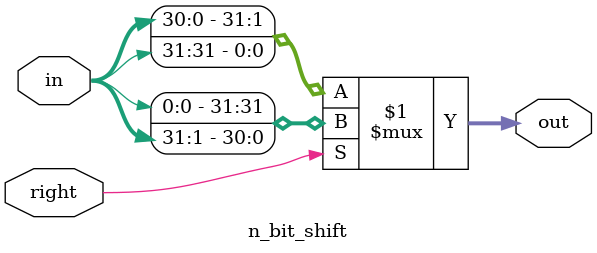
<source format=v>
`timescale 1ns / 1ps

module n_bit_shift #(parameter WIDTH = 32)(out, in, right);

    /*--------- Declare I/O --------------------------*/
    output [WIDTH-1:0] out; // Shifted output
    input [WIDTH-1:0] in;   // N-bit input data
    input right;            // Right shift control signal, when high it shifts to the right, otherwise to the left

    /*--------- Shift operation --------------------------*/
    // If 'right' is high, it will shift to the right by introducing the LSB at the MSB position
    // If 'right' is low, it will shift to the left by pushing the MSB to the LSB position
    assign out = right ? {in[0], in[WIDTH-1:1]} : {in[WIDTH-2:0], in[WIDTH-1]};

endmodule

</source>
